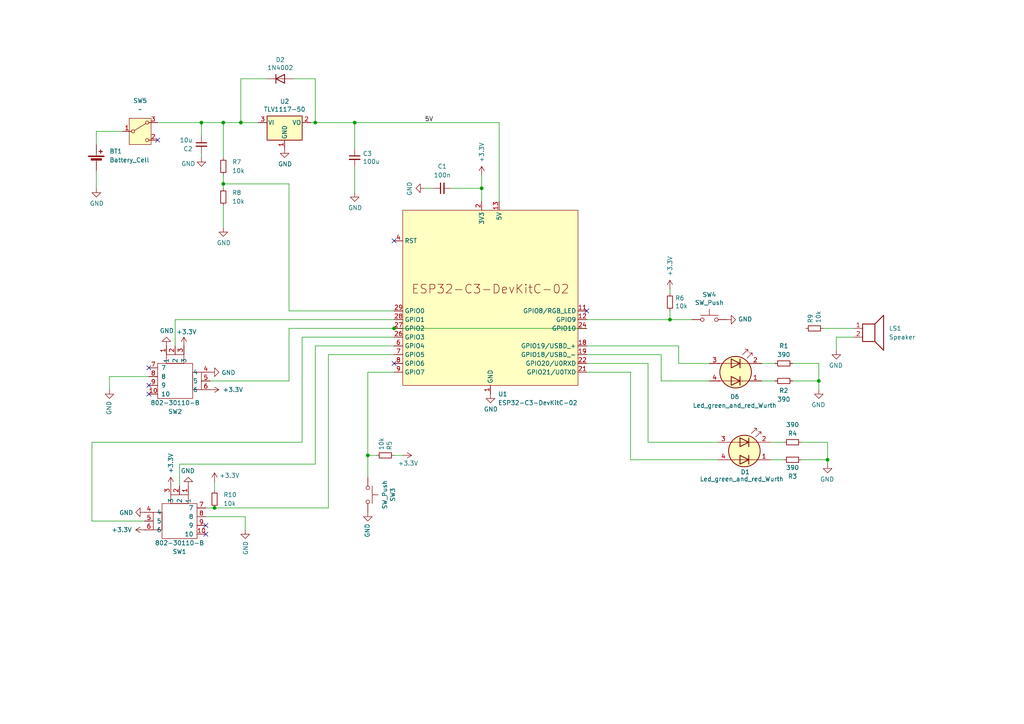
<source format=kicad_sch>
(kicad_sch (version 20231120) (generator "eeschema") (generator_version "8.0")
  (paper "A4")
  (lib_symbols
    (symbol "802-30110-B-Joystick_1" (pin_names (offset 1.016))
      (property "Reference" "SW1" (at 0 8.89 0))
      (property "Value" "802-30110-B" (at 0 6.35 0))
      (symbol "802-30110-B-Joystick_1_0_1"
        (rectangle (start -5.08 5.08) (end 5.08 -5.08))
        (rectangle (start -2.54 -5.08) (end 2.54 -7.62))
        (rectangle (start 5.08 2.54) (end 7.62 -2.54))
      )
      (symbol "802-30110-B-Joystick_1_1_1"
        (pin input line (at -2.54 -10.16 90) (length 2.54) (name "1") (number "1"))
        (pin input line (at -7.62 3.81 0) (length 2.54) (name "10") (number "10"))
        (pin input line (at 0 -10.16 90) (length 2.54) (name "2") (number "2"))
        (pin input line (at 2.54 -10.16 90) (length 2.54) (name "3") (number "3"))
        (pin input line (at 10.16 -2.54 180) (length 2.54) (name "4") (number "4"))
        (pin input line (at 10.16 0 180) (length 2.54) (name "5") (number "5"))
        (pin input line (at 10.16 2.54 180) (length 2.54) (name "6") (number "6"))
        (pin input line (at -7.62 -3.81 0) (length 2.54) (name "7") (number "7"))
        (pin input line (at -7.62 -1.27 0) (length 2.54) (name "8") (number "8"))
        (pin input line (at -7.62 1.27 0) (length 2.54) (name "9") (number "9"))
      )
    )
    (symbol "802-30110-B-Joystick_2" (pin_names (offset 1.016))
      (property "Reference" "SW2" (at 0 8.89 0))
      (property "Value" "802-30110-B" (at 0 6.35 0))
      (symbol "802-30110-B-Joystick_2_0_1"
        (rectangle (start -5.08 5.08) (end 5.08 -5.08))
        (rectangle (start -2.54 -5.08) (end 2.54 -7.62))
        (rectangle (start 5.08 2.54) (end 7.62 -2.54))
      )
      (symbol "802-30110-B-Joystick_2_1_1"
        (pin input line (at -2.54 -10.16 90) (length 2.54) (name "1") (number "1"))
        (pin input line (at -7.62 3.81 0) (length 2.54) (name "10") (number "10"))
        (pin input line (at 0 -10.16 90) (length 2.54) (name "2") (number "2"))
        (pin input line (at 2.54 -10.16 90) (length 2.54) (name "3") (number "3"))
        (pin input line (at 10.16 -2.54 180) (length 2.54) (name "4") (number "4"))
        (pin input line (at 10.16 0 180) (length 2.54) (name "5") (number "5"))
        (pin input line (at 10.16 2.54 180) (length 2.54) (name "6") (number "6"))
        (pin input line (at -7.62 -3.81 0) (length 2.54) (name "7") (number "7"))
        (pin input line (at -7.62 -1.27 0) (length 2.54) (name "8") (number "8"))
        (pin input line (at -7.62 1.27 0) (length 2.54) (name "9") (number "9"))
      )
    )
    (symbol "Device:Battery_Cell" (pin_numbers hide) (pin_names (offset 0) hide)
      (property "Reference" "BT" (at 2.54 2.54 0))
      (property "Value" "Battery_Cell" (at 2.54 0 0))
      (symbol "Battery_Cell_0_1"
        (rectangle (start -2.286 1.778) (end 2.286 1.524) (fill (type outline)))
        (rectangle (start -1.524 1.016) (end 1.524 0.508) (fill (type outline)))
        (polyline (pts (xy 0 0.762) (xy 0 0)))
        (polyline (pts (xy 0 1.778) (xy 0 2.54)))
        (polyline (pts (xy 0.762 3.048) (xy 1.778 3.048)) (stroke (width 0.254)))
        (polyline (pts (xy 1.27 3.556) (xy 1.27 2.54)) (stroke (width 0.254)))
      )
      (symbol "Battery_Cell_1_1"
        (pin passive line (at 0 5.08 270) (length 2.54) (name "+") (number "1"))
        (pin passive line (at 0 -2.54 90) (length 2.54) (name "-") (number "2"))
      )
    )
    (symbol "Device:Speaker" (pin_names (offset 0) hide)
      (property "Reference" "LS" (at 1.27 5.715 0))
      (property "Value" "Speaker" (at 1.27 3.81 0))
      (symbol "Speaker_0_0"
        (rectangle (start -2.54 1.27) (end 1.016 -3.81) (stroke (width 0.254)))
        (polyline (pts (xy 1.016 1.27) (xy 3.556 3.81) (xy 3.556 -6.35) (xy 1.016 -3.81)) (stroke (width 0.254)))
      )
      (symbol "Speaker_1_1"
        (pin input line (at -5.08 0 0) (length 2.54) (name "1") (number "1"))
        (pin input line (at -5.08 -2.54 0) (length 2.54) (name "2") (number "2"))
      )
    )
    (symbol "Enkapsel_programmering-rescue:1N4002-Diode" (pin_numbers hide) (pin_names (offset 1.016) hide)
      (property "Reference" "D" (at 0 2.54 0))
      (property "Value" "Diode_1N4002" (at 0 -2.54 0))
      (symbol "1N4002-Diode_0_1"
        (polyline (pts (xy -1.27 1.27) (xy -1.27 -1.27)) (stroke (width 0.254)))
        (polyline (pts (xy 1.27 0) (xy -1.27 0)))
        (polyline (pts (xy 1.27 1.27) (xy 1.27 -1.27) (xy -1.27 0) (xy 1.27 1.27)) (stroke (width 0.254)))
      )
      (symbol "1N4002-Diode_1_1"
        (pin passive line (at -3.81 0 0) (length 2.54) (name "K") (number "1"))
        (pin passive line (at 3.81 0 180) (length 2.54) (name "A") (number "2"))
      )
    )
    (symbol "Enkapsel_programmering-rescue:C_Small-Device" (pin_numbers hide) (pin_names (offset 0.254) hide)
      (property "Reference" "C" (at 0.254 1.778 0))
      (property "Value" "Device_C_Small" (at 0.254 -2.032 0))
      (symbol "C_Small-Device_0_1"
        (polyline (pts (xy -1.524 -0.508) (xy 1.524 -0.508)) (stroke (width 0.3302)))
        (polyline (pts (xy -1.524 0.508) (xy 1.524 0.508)) (stroke (width 0.3048)))
      )
      (symbol "C_Small-Device_1_1"
        (pin passive line (at 0 2.54 270) (length 2.032) (name "~") (number "1"))
        (pin passive line (at 0 -2.54 90) (length 2.032) (name "~") (number "2"))
      )
    )
    (symbol "Enkapsel_programmering-rescue:GND-power" (power) (pin_names (offset 0))
      (property "Value" "GND-power" (at 0 -3.81 0))
      (symbol "GND-power_0_1"
        (polyline (pts (xy 0 0) (xy 0 -1.27) (xy 1.27 -1.27) (xy 0 -2.54) (xy -1.27 -1.27) (xy 0 -1.27)))
      )
      (symbol "GND-power_1_1"
        (pin power_in line (at 0 0 270) (length 0) hide (name "GND") (number "1"))
      )
    )
    (symbol "Enkapsel_programmering-rescue:R_Small-Device" (pin_numbers hide) (pin_names (offset 0.254) hide)
      (property "Reference" "R" (at 0.762 0.508 0))
      (property "Value" "Device_R_Small" (at 0.762 -1.016 0))
      (symbol "R_Small-Device_0_1"
        (rectangle (start -0.762 1.778) (end 0.762 -1.778) (stroke (width 0.2032)))
      )
      (symbol "R_Small-Device_1_1"
        (pin passive line (at 0 2.54 270) (length 0.762) (name "~") (number "1"))
        (pin passive line (at 0 -2.54 90) (length 0.762) (name "~") (number "2"))
      )
    )
    (symbol "Enkapsel_programmering-rescue:SW_Push-Switch" (pin_numbers hide) (pin_names (offset 1.016) hide)
      (property "Reference" "SW" (at 1.27 2.54 0))
      (property "Value" "Switch_SW_Push" (at 0 -1.524 0))
      (symbol "SW_Push-Switch_0_1"
        (circle (center -2.032 0) (radius 0.508))
        (polyline (pts (xy 0 1.27) (xy 0 3.048)))
        (polyline (pts (xy 2.54 1.27) (xy -2.54 1.27)))
        (circle (center 2.032 0) (radius 0.508))
        (pin passive line (at -5.08 0 0) (length 2.54) (name "1") (number "1"))
        (pin passive line (at 5.08 0 180) (length 2.54) (name "2") (number "2"))
      )
    )
    (symbol "Enkapsel_programmering-rescue:TLV1117-50-Regulator_Linear" (pin_names (offset 0.254))
      (property "Reference" "U" (at -3.81 3.175 0))
      (property "Value" "Regulator_Linear_TLV1117-50" (at 0 3.175 0))
      (symbol "TLV1117-50-Regulator_Linear_0_1"
        (rectangle (start -5.08 -5.08) (end 5.08 1.905) (stroke (width 0.254)) (fill (type background)))
      )
      (symbol "TLV1117-50-Regulator_Linear_1_1"
        (pin power_in line (at 0 -7.62 90) (length 2.54) (name "GND") (number "1"))
        (pin power_out line (at 7.62 0 180) (length 2.54) (name "VO") (number "2"))
        (pin power_in line (at -7.62 0 0) (length 2.54) (name "VI") (number "3"))
      )
    )
    (symbol "Espressif:ESP32-C3-DevKitC-02"
      (property "Reference" "U" (at -25.4 30.48 0))
      (property "Value" "ESP32-C3-DevKitC-02" (at -25.4 27.94 0))
      (symbol "ESP32-C3-DevKitC-02_0_1"
        (rectangle (start -25.4 25.4) (end 25.4 -25.4) (fill (type background)))
      )
      (symbol "ESP32-C3-DevKitC-02_1_0"
        (text "ESP32-C3-DevKitC-02" (at 0 2.54 0) (effects (font (size 2.54 2.54))))
      )
      (symbol "ESP32-C3-DevKitC-02_1_1"
        (pin passive line (at 0 -27.94 90) (length 2.54) (name "GND") (number "1"))
        (pin passive line (at 0 -27.94 90) (length 2.54) hide (name "GND") (number "10"))
        (pin bidirectional line (at 27.94 -3.81 180) (length 2.54) (name "GPIO8/RGB_LED") (number "11"))
        (pin bidirectional line (at 27.94 -6.35 180) (length 2.54) (name "GPIO9") (number "12"))
        (pin power_in line (at 2.54 27.94 270) (length 2.54) (name "5V") (number "13"))
        (pin power_in line (at 2.54 27.94 270) (length 2.54) hide (name "5V") (number "14"))
        (pin passive line (at 0 -27.94 90) (length 2.54) hide (name "GND") (number "15"))
        (pin passive line (at 0 -27.94 90) (length 2.54) hide (name "GND") (number "16"))
        (pin passive line (at 0 -27.94 90) (length 2.54) hide (name "GND") (number "17"))
        (pin bidirectional line (at 27.94 -13.97 180) (length 2.54) (name "GPIO19/USBD_+") (number "18"))
        (pin bidirectional line (at 27.94 -16.51 180) (length 2.54) (name "GPIO18/USBD_-") (number "19"))
        (pin power_in line (at -2.54 27.94 270) (length 2.54) (name "3V3") (number "2"))
        (pin passive line (at 0 -27.94 90) (length 2.54) hide (name "GND") (number "20"))
        (pin bidirectional line (at 27.94 -21.59 180) (length 2.54) (name "GPIO21/U0TXD") (number "21"))
        (pin bidirectional line (at 27.94 -19.05 180) (length 2.54) (name "GPIO20/U0RXD") (number "22"))
        (pin passive line (at 0 -27.94 90) (length 2.54) hide (name "GND") (number "23"))
        (pin bidirectional line (at 27.94 -8.89 180) (length 2.54) (name "GPIO10") (number "24"))
        (pin passive line (at 0 -27.94 90) (length 2.54) hide (name "GND") (number "25"))
        (pin bidirectional line (at -27.94 -11.43 0) (length 2.54) (name "GPIO3") (number "26"))
        (pin bidirectional line (at -27.94 -8.89 0) (length 2.54) (name "GPIO2") (number "27"))
        (pin bidirectional line (at -27.94 -6.35 0) (length 2.54) (name "GPIO1") (number "28"))
        (pin bidirectional line (at -27.94 -3.81 0) (length 2.54) (name "GPIO0") (number "29"))
        (pin power_in line (at -2.54 27.94 270) (length 2.54) hide (name "3V3") (number "3"))
        (pin passive line (at 0 -27.94 90) (length 2.54) hide (name "GND") (number "30"))
        (pin output line (at -27.94 16.51 0) (length 2.54) (name "RST") (number "4"))
        (pin passive line (at 0 -27.94 90) (length 2.54) hide (name "GND") (number "5"))
        (pin bidirectional line (at -27.94 -13.97 0) (length 2.54) (name "GPIO4") (number "6"))
        (pin bidirectional line (at -27.94 -16.51 0) (length 2.54) (name "GPIO5") (number "7"))
        (pin bidirectional line (at -27.94 -19.05 0) (length 2.54) (name "GPIO6") (number "8"))
        (pin bidirectional line (at -27.94 -21.59 0) (length 2.54) (name "GPIO7") (number "9"))
      )
    )
    (symbol "JonasLib:Led_green_and_red_Wurth" (pin_names (offset 0) hide)
      (property "Reference" "D1" (at 0.127 11.43 0))
      (property "Value" "Led_green_and_red_Wurth" (at 0.127 8.89 0))
      (symbol "Led_green_and_red_Wurth_0_1"
        (polyline (pts (xy -3.81 -2.54) (xy -1.905 -2.54)))
        (polyline (pts (xy -3.81 2.54) (xy -1.905 2.54)))
        (polyline (pts (xy -1.27 -1.27) (xy -1.27 -3.81)) (stroke (width 0.254)))
        (polyline (pts (xy -1.27 3.81) (xy -1.27 1.27)) (stroke (width 0.254)))
        (polyline (pts (xy 5.08 -2.54) (xy -2.032 -2.54)))
        (polyline (pts (xy 5.08 2.54) (xy -2.032 2.54)))
        (polyline (pts (xy 1.27 -1.27) (xy 1.27 -3.81) (xy -1.27 -2.54) (xy 1.27 -1.27)) (stroke (width 0.254)))
        (polyline (pts (xy 1.27 3.81) (xy 1.27 1.27) (xy -1.27 2.54) (xy 1.27 3.81)) (stroke (width 0.254)))
        (polyline (pts (xy -3.302 4.064) (xy -4.826 5.588) (xy -4.064 5.588) (xy -4.826 5.588) (xy -4.826 4.826)))
        (polyline (pts (xy -2.032 5.08) (xy -3.556 6.604) (xy -2.794 6.604) (xy -3.556 6.604) (xy -3.556 5.842)))
        (circle (center 0 0) (radius 4.572) (stroke (width 0.254)) (fill (type background)))
      )
      (symbol "Led_green_and_red_Wurth_1_1"
        (pin input line (at -7.62 -2.54 0) (length 3.81) (name "K2") (number "1"))
        (pin input line (at -7.62 2.54 0) (length 3.81) (name "K1") (number "2"))
        (pin input line (at 7.62 2.54 180) (length 3.048) (name "A1") (number "3"))
        (pin input line (at 7.62 -2.54 180) (length 3.048) (name "A2") (number "4"))
      )
    )
    (symbol "Switch:SW_Wuerth_450301014042" (pin_names (offset 1) hide)
      (property "Reference" "SW" (at 0 5.08 0))
      (property "Value" "SW_Wuerth_450301014042" (at 0 -5.08 0))
      (symbol "SW_Wuerth_450301014042_0_1"
        (circle (center -2.032 0) (radius 0.4572))
        (polyline (pts (xy -1.651 0.254) (xy 1.651 2.286)))
        (circle (center 2.032 -2.54) (radius 0.4572))
        (circle (center 2.032 2.54) (radius 0.4572))
      )
      (symbol "SW_Wuerth_450301014042_1_1"
        (rectangle (start -3.175 3.81) (end 3.175 -3.81) (fill (type background)))
        (pin passive line (at -5.08 0 0) (length 2.54) (name "B") (number "1"))
        (pin passive line (at 5.08 -2.54 180) (length 2.54) (name "C") (number "2"))
        (pin passive line (at 5.08 2.54 180) (length 2.54) (name "A") (number "3"))
      )
    )
    (symbol "power:+3.3V" (power) (pin_numbers hide) (pin_names (offset 0) hide)
      (property "Value" "+3.3V" (at 0 3.556 0))
      (symbol "+3.3V_0_1"
        (polyline (pts (xy -0.762 1.27) (xy 0 2.54)))
        (polyline (pts (xy 0 0) (xy 0 2.54)))
        (polyline (pts (xy 0 2.54) (xy 0.762 1.27)))
      )
      (symbol "+3.3V_1_1"
        (pin power_in line (at 0 0 90) (length 0) (name "~") (number "1"))
      )
    )
  )
  (junction (at 91.44 35.56))
  (junction (at 240.03 133.35))
  (junction (at 69.85 35.56))
  (junction (at 58.42 35.56))
  (junction (at 64.77 35.56))
  (junction (at 114.3 95.25))
  (junction (at 237.49 110.49))
  (junction (at 102.87 35.56))
  (junction (at 139.7 54.61))
  (junction (at 194.31 92.71))
  (junction (at 62.23 147.32))
  (junction (at 64.77 53.34))
  (junction (at 106.68 132.08))
  (no_connect (at 43.18 114.3))
  (no_connect (at 170.18 90.17))
  (no_connect (at 59.69 154.94))
  (no_connect (at 45.72 40.64))
  (no_connect (at 43.18 106.68))
  (no_connect (at 43.18 111.76))
  (no_connect (at 59.69 152.4))
  (no_connect (at 114.3 69.85))
  (no_connect (at 114.3 105.41))
  (wire (pts (xy 27.94 38.1) (xy 35.56 38.1)))
  (wire (pts (xy 45.72 35.56) (xy 58.42 35.56)))
  (wire (pts (xy 102.87 35.56) (xy 144.78 35.56)))
  (wire (pts (xy 83.82 95.25) (xy 114.3 95.25)))
  (wire (pts (xy 114.3 92.71) (xy 50.8 92.71)))
  (wire (pts (xy 194.31 85.09) (xy 194.31 83.82)))
  (wire (pts (xy 208.28 133.35) (xy 182.88 133.35)))
  (wire (pts (xy 71.12 149.86) (xy 71.12 153.67)))
  (wire (pts (xy 62.23 147.32) (xy 95.25 147.32)))
  (wire (pts (xy 64.77 53.34) (xy 64.77 54.61)))
  (wire (pts (xy 31.75 109.22) (xy 43.18 109.22)))
  (wire (pts (xy 64.77 35.56) (xy 64.77 45.72)))
  (wire (pts (xy 64.77 50.8) (xy 64.77 53.34)))
  (wire (pts (xy 106.68 107.95) (xy 114.3 107.95)))
  (wire (pts (xy 64.77 35.56) (xy 69.85 35.56)))
  (wire (pts (xy 91.44 22.86) (xy 91.44 35.56)))
  (wire (pts (xy 27.94 38.1) (xy 27.94 41.91)))
  (wire (pts (xy 69.85 22.86) (xy 69.85 35.56)))
  (wire (pts (xy 83.82 53.34) (xy 83.82 90.17)))
  (wire (pts (xy 191.77 110.49) (xy 191.77 102.87)))
  (wire (pts (xy 187.96 105.41) (xy 187.96 128.27)))
  (wire (pts (xy 229.87 105.41) (xy 237.49 105.41)))
  (wire (pts (xy 58.42 35.56) (xy 64.77 35.56)))
  (wire (pts (xy 71.12 149.86) (xy 59.69 149.86)))
  (wire (pts (xy 26.67 151.13) (xy 26.67 128.27)))
  (wire (pts (xy 95.25 102.87) (xy 114.3 102.87)))
  (wire (pts (xy 114.3 132.08) (xy 116.84 132.08)))
  (wire (pts (xy 52.07 134.62) (xy 52.07 140.97)))
  (wire (pts (xy 182.88 107.95) (xy 170.18 107.95)))
  (wire (pts (xy 58.42 39.37) (xy 58.42 35.56)))
  (wire (pts (xy 102.87 43.18) (xy 102.87 35.56)))
  (wire (pts (xy 196.85 105.41) (xy 205.74 105.41)))
  (wire (pts (xy 196.85 100.33) (xy 196.85 105.41)))
  (wire (pts (xy 170.18 92.71) (xy 194.31 92.71)))
  (wire (pts (xy 139.7 54.61) (xy 139.7 58.42)))
  (wire (pts (xy 242.57 97.79) (xy 242.57 101.6)))
  (wire (pts (xy 87.63 97.79) (xy 114.3 97.79)))
  (wire (pts (xy 237.49 110.49) (xy 237.49 113.03)))
  (wire (pts (xy 106.68 107.95) (xy 106.68 132.08)))
  (wire (pts (xy 130.81 54.61) (xy 139.7 54.61)))
  (wire (pts (xy 106.68 132.08) (xy 106.68 138.43)))
  (wire (pts (xy 200.66 92.71) (xy 194.31 92.71)))
  (wire (pts (xy 139.7 50.8) (xy 139.7 54.61)))
  (wire (pts (xy 95.25 147.32) (xy 95.25 102.87)))
  (wire (pts (xy 232.41 133.35) (xy 240.03 133.35)))
  (wire (pts (xy 50.8 92.71) (xy 50.8 100.33)))
  (wire (pts (xy 83.82 90.17) (xy 114.3 90.17)))
  (wire (pts (xy 64.77 53.34) (xy 83.82 53.34)))
  (wire (pts (xy 83.82 110.49) (xy 83.82 95.25)))
  (wire (pts (xy 170.18 95.25) (xy 114.3 95.25)))
  (wire (pts (xy 102.87 55.88) (xy 102.87 48.26)))
  (wire (pts (xy 26.67 128.27) (xy 87.63 128.27)))
  (wire (pts (xy 91.44 35.56) (xy 102.87 35.56)))
  (wire (pts (xy 208.28 128.27) (xy 187.96 128.27)))
  (wire (pts (xy 64.77 59.69) (xy 64.77 66.04)))
  (wire (pts (xy 62.23 139.7) (xy 62.23 142.24)))
  (wire (pts (xy 247.65 97.79) (xy 242.57 97.79)))
  (wire (pts (xy 182.88 107.95) (xy 182.88 133.35)))
  (wire (pts (xy 74.93 35.56) (xy 69.85 35.56)))
  (wire (pts (xy 59.69 147.32) (xy 62.23 147.32)))
  (wire (pts (xy 238.76 95.25) (xy 247.65 95.25)))
  (wire (pts (xy 58.42 44.45) (xy 58.42 45.72)))
  (wire (pts (xy 227.33 128.27) (xy 223.52 128.27)))
  (wire (pts (xy 85.09 22.86) (xy 91.44 22.86)))
  (wire (pts (xy 194.31 92.71) (xy 194.31 90.17)))
  (wire (pts (xy 205.74 110.49) (xy 191.77 110.49)))
  (wire (pts (xy 106.68 132.08) (xy 109.22 132.08)))
  (wire (pts (xy 91.44 134.62) (xy 52.07 134.62)))
  (wire (pts (xy 114.3 100.33) (xy 91.44 100.33)))
  (wire (pts (xy 232.41 128.27) (xy 240.03 128.27)))
  (wire (pts (xy 31.75 109.22) (xy 31.75 113.03)))
  (wire (pts (xy 170.18 100.33) (xy 196.85 100.33)))
  (wire (pts (xy 187.96 105.41) (xy 170.18 105.41)))
  (wire (pts (xy 240.03 134.62) (xy 240.03 133.35)))
  (wire (pts (xy 227.33 133.35) (xy 223.52 133.35)))
  (wire (pts (xy 229.87 110.49) (xy 237.49 110.49)))
  (wire (pts (xy 170.18 102.87) (xy 191.77 102.87)))
  (wire (pts (xy 77.47 22.86) (xy 69.85 22.86)))
  (wire (pts (xy 224.79 110.49) (xy 220.98 110.49)))
  (wire (pts (xy 91.44 100.33) (xy 91.44 134.62)))
  (wire (pts (xy 144.78 58.42) (xy 144.78 35.56)))
  (wire (pts (xy 91.44 35.56) (xy 90.17 35.56)))
  (wire (pts (xy 123.19 54.61) (xy 125.73 54.61)))
  (wire (pts (xy 41.91 151.13) (xy 26.67 151.13)))
  (wire (pts (xy 224.79 105.41) (xy 220.98 105.41)))
  (wire (pts (xy 87.63 128.27) (xy 87.63 97.79)))
  (wire (pts (xy 83.82 110.49) (xy 60.96 110.49)))
  (wire (pts (xy 27.94 49.53) (xy 27.94 54.61)))
  (wire (pts (xy 237.49 105.41) (xy 237.49 110.49)))
  (wire (pts (xy 240.03 128.27) (xy 240.03 133.35)))
  (label "5V" (at 123.19 35.56 0))
  (symbol (lib_name "802-30110-B-Joystick_1") (lib_id "Enkapsel_programmering-rescue:802-30110-B-Joystick") (at 52.07 151.13 180) (unit 1)
    (property "Reference" "SW1" (at 52.07 160.02 0))
    (property "Value" "802-30110-B" (at 52.07 157.48 0))
    (property "Footprint" "JonasLib:Joystick" (effects (hide yes)))
  )
  (symbol (lib_name "802-30110-B-Joystick_2") (lib_id "Enkapsel_programmering-rescue:802-30110-B-Joystick") (at 50.8 110.49 0) (mirror x) (unit 1)
    (property "Reference" "SW2" (at 50.8 119.38 0))
    (property "Value" "802-30110-B" (at 50.8 116.84 0))
    (property "Footprint" "JonasLib:Joystick" (effects (hide yes)))
  )
  (symbol (lib_id "Enkapsel_programmering-rescue:TLV1117-50-Regulator_Linear") (at 82.55 35.56 0) (unit 1)
    (property "Reference" "U2" (at 82.55 29.4132 0))
    (property "Value" "TLV1117-50" (at 82.55 31.7246 0))
    (property "Footprint" "enkapsel:SOT230P700X180-4N" (effects (hide yes)))
    (property "Datasheet" "http://www.ti.com/lit/ds/symlink/tlv1117.pdf" (effects (hide yes)))
  )
  (symbol (lib_id "Enkapsel_programmering-rescue:GND-power") (at 60.96 107.95 90) (mirror x) (unit 1)
    (property "Reference" "#PWR0105" (effects (hide yes)))
    (property "Value" "GND" (at 64.2112 108.077 90) (effects (justify right)))
  )
  (symbol (lib_id "Enkapsel_programmering-rescue:GND-power") (at 48.26 100.33 0) (mirror x) (unit 1)
    (property "Reference" "#PWR0113" (effects (hide yes)))
    (property "Value" "GND" (at 48.387 95.9358 0))
  )
  (symbol (lib_id "Enkapsel_programmering-rescue:GND-power") (at 54.61 140.97 180) (unit 1)
    (property "Reference" "#PWR0114" (effects (hide yes)))
    (property "Value" "GND" (at 54.483 136.5758 0))
  )
  (symbol (lib_id "Enkapsel_programmering-rescue:GND-power") (at 41.91 148.59 270) (unit 1)
    (property "Reference" "#PWR0115" (effects (hide yes)))
    (property "Value" "GND" (at 38.6588 148.717 90) (effects (justify right)))
  )
  (symbol (lib_id "Enkapsel_programmering-rescue:C_Small-Device") (at 102.87 45.72 0) (unit 1)
    (property "Reference" "C3" (at 105.2068 44.5516 0) (effects (justify left)))
    (property "Value" "100u" (at 105.2068 46.863 0) (effects (justify left)))
    (property "Footprint" "Capacitor_SMD:C_0805_2012Metric_Pad1.18x1.45mm_HandSolder" (effects (hide yes)))
  )
  (symbol (lib_id "Enkapsel_programmering-rescue:GND-power") (at 102.87 55.88 0) (unit 1)
    (property "Reference" "#PWR0116" (effects (hide yes)))
    (property "Value" "GND" (at 102.997 60.2742 0))
  )
  (symbol (lib_id "Enkapsel_programmering-rescue:1N4002-Diode") (at 81.28 22.86 0) (unit 1)
    (property "Reference" "D2" (at 81.28 17.3482 0))
    (property "Value" "1N4002" (at 81.28 19.6596 0))
    (property "Footprint" "Diode_SMD:D_0805_2012Metric_Pad1.15x1.40mm_HandSolder" (effects (hide yes)))
    (property "Datasheet" "http://www.vishay.com/docs/88503/1n4001.pdf" (effects (hide yes)))
  )
  (symbol (lib_id "Enkapsel_programmering-rescue:SW_Push-Switch") (at 205.74 92.71 0) (unit 1)
    (property "Reference" "SW4" (at 205.74 85.471 0))
    (property "Value" "SW_Push" (at 205.74 87.7824 0))
    (property "Footprint" "Button_Switch_THT:SW_PUSH-12mm" (effects (hide yes)))
  )
  (symbol (lib_id "Enkapsel_programmering-rescue:SW_Push-Switch") (at 106.68 143.51 270) (unit 1)
    (property "Reference" "SW3" (at 113.919 143.51 0))
    (property "Value" "SW_Push" (at 111.6076 143.51 0))
    (property "Footprint" "Button_Switch_THT:SW_PUSH-12mm" (effects (hide yes)))
  )
  (symbol (lib_id "Enkapsel_programmering-rescue:R_Small-Device") (at 194.31 87.63 0) (unit 1)
    (property "Reference" "R6" (at 195.8086 86.4616 0) (effects (justify left)))
    (property "Value" "10k" (at 195.8086 88.773 0) (effects (justify left)))
    (property "Footprint" "Resistor_SMD:R_0805_2012Metric_Pad1.20x1.40mm_HandSolder" (effects (hide yes)))
  )
  (symbol (lib_id "Enkapsel_programmering-rescue:R_Small-Device") (at 111.76 132.08 270) (mirror x) (unit 1)
    (property "Reference" "R5" (at 112.9284 130.5814 0) (effects (justify left)))
    (property "Value" "10k" (at 110.617 130.5814 0) (effects (justify left)))
    (property "Footprint" "Resistor_SMD:R_0805_2012Metric_Pad1.20x1.40mm_HandSolder" (effects (hide yes)))
  )
  (symbol (lib_id "Enkapsel_programmering-rescue:GND-power") (at 106.68 148.59 0) (mirror y) (unit 1)
    (property "Reference" "#PWR0123" (effects (hide yes)))
    (property "Value" "GND" (at 106.553 151.8412 90) (effects (justify right)))
  )
  (symbol (lib_id "Enkapsel_programmering-rescue:GND-power") (at 210.82 92.71 90) (unit 1)
    (property "Reference" "#PWR0121" (effects (hide yes)))
    (property "Value" "GND" (at 214.0712 92.583 90) (effects (justify right)))
  )
  (symbol (lib_id "Enkapsel_programmering-rescue:R_Small-Device") (at 229.87 128.27 270) (mirror x) (unit 1)
    (property "Reference" "R4" (at 229.87 125.73 90))
    (property "Value" "390" (at 229.87 123.19 90))
    (property "Footprint" "Resistor_SMD:R_0805_2012Metric_Pad1.20x1.40mm_HandSolder" (effects (hide yes)))
  )
  (symbol (lib_id "Enkapsel_programmering-rescue:GND-power") (at 240.03 134.62 0) (mirror y) (unit 1)
    (property "Reference" "#PWR015" (effects (hide yes)))
    (property "Value" "GND" (at 239.903 139.0142 0))
  )
  (symbol (lib_id "Enkapsel_programmering-rescue:GND-power") (at 58.42 45.72 0) (unit 1)
    (property "Reference" "#PWR07" (effects (hide yes)))
    (property "Value" "GND" (at 54.61 47.498 0))
  )
  (symbol (lib_id "power:+3.3V") (at 49.53 140.97 0) (unit 1)
    (property "Reference" "#PWR05" (effects (hide yes)))
    (property "Value" "+3.3V" (at 49.53 134.366 90))
    (property "Description" "Power symbol creates a global label with name \"+3.3V\"" (effects (hide yes)))
  )
  (symbol (lib_id "Enkapsel_programmering-rescue:R_Small-Device") (at 229.87 133.35 90) (mirror x) (unit 1)
    (property "Reference" "R3" (at 229.87 138.176 90))
    (property "Value" "390" (at 229.87 135.636 90))
    (property "Footprint" "Resistor_SMD:R_0805_2012Metric_Pad1.20x1.40mm_HandSolder" (effects (hide yes)))
  )
  (symbol (lib_id "Device:Battery_Cell") (at 27.94 46.99 0) (unit 1)
    (property "Reference" "BT1" (at 31.75 43.8784 0) (effects (justify left)))
    (property "Value" "Battery_Cell" (at 31.75 46.4184 0) (effects (justify left)))
    (property "Footprint" "JonasLib:9v bat holder" (effects (hide yes)))
    (property "Description" "Single-cell battery" (effects (hide yes)))
  )
  (symbol (lib_id "Enkapsel_programmering-rescue:R_Small-Device") (at 64.77 57.15 180) (unit 1)
    (property "Reference" "R8" (at 67.31 55.88 0) (effects (justify right)))
    (property "Value" "10k" (at 67.31 58.42 0) (effects (justify right)))
    (property "Footprint" "Resistor_SMD:R_0805_2012Metric_Pad1.20x1.40mm_HandSolder" (effects (hide yes)))
  )
  (symbol (lib_id "power:+3.3V") (at 62.23 139.7 0) (unit 1)
    (property "Reference" "#PWR019" (effects (hide yes)))
    (property "Value" "+3.3V" (at 66.548 137.922 0))
    (property "Description" "Power symbol creates a global label with name \"+3.3V\"" (effects (hide yes)))
  )
  (symbol (lib_id "Enkapsel_programmering-rescue:C_Small-Device") (at 58.42 41.91 0) (unit 1)
    (property "Reference" "C2" (at 55.88 43.1864 0) (effects (justify right)))
    (property "Value" "10u" (at 55.88 40.6464 0) (effects (justify right)))
    (property "Footprint" "Capacitor_SMD:C_0805_2012Metric_Pad1.18x1.45mm_HandSolder" (effects (hide yes)))
  )
  (symbol (lib_id "JonasLib:Led_green_and_red_Wurth") (at 213.36 107.95 0) (mirror y) (unit 1)
    (property "Reference" "D6" (at 213.106 115.062 0))
    (property "Value" "Led_green_and_red_Wurth" (at 213.106 117.602 0))
    (property "Footprint" "JonasLib:Led green and red Wurth" (effects (hide yes)))
    (property "Description" "Dual LED, cathodes on pins 2 and 3" (effects (hide yes)))
  )
  (symbol (lib_id "Enkapsel_programmering-rescue:R_Small-Device") (at 227.33 105.41 270) (mirror x) (unit 1)
    (property "Reference" "R1" (at 227.33 100.33 90))
    (property "Value" "390" (at 227.33 102.87 90))
    (property "Footprint" "Resistor_SMD:R_0805_2012Metric_Pad1.20x1.40mm_HandSolder" (effects (hide yes)))
  )
  (symbol (lib_id "Device:Speaker") (at 252.73 95.25 0) (unit 1)
    (property "Reference" "LS1" (at 257.81 95.2499 0) (effects (justify left)))
    (property "Value" "Speaker" (at 257.81 97.7899 0) (effects (justify left)))
    (property "Footprint" "JonasLib:summer 4khz miniatyr" (effects (hide yes)))
    (property "Description" "Speaker" (effects (hide yes)))
  )
  (symbol (lib_id "Enkapsel_programmering-rescue:GND-power") (at 242.57 101.6 0) (mirror y) (unit 1)
    (property "Reference" "#PWR013" (effects (hide yes)))
    (property "Value" "GND" (at 242.443 105.9942 0))
  )
  (symbol (lib_id "Enkapsel_programmering-rescue:GND-power") (at 31.75 113.03 0) (mirror y) (unit 1)
    (property "Reference" "#PWR02" (effects (hide yes)))
    (property "Value" "GND" (at 31.623 116.2812 90) (effects (justify right)))
  )
  (symbol (lib_id "Enkapsel_programmering-rescue:GND-power") (at 82.55 43.18 0) (unit 1)
    (property "Reference" "#PWR04" (effects (hide yes)))
    (property "Value" "GND" (at 82.677 47.5742 0))
  )
  (symbol (lib_id "Enkapsel_programmering-rescue:GND-power") (at 123.19 54.61 270) (unit 1)
    (property "Reference" "#PWR09" (effects (hide yes)))
    (property "Value" "GND" (at 118.7958 54.737 0))
  )
  (symbol (lib_id "power:+3.3V") (at 41.91 153.67 90) (unit 1)
    (property "Reference" "#PWR018" (effects (hide yes)))
    (property "Value" "+3.3V" (at 35.306 153.67 90))
    (property "Description" "Power symbol creates a global label with name \"+3.3V\"" (effects (hide yes)))
  )
  (symbol (lib_id "JonasLib:Led_green_and_red_Wurth") (at 215.9 130.81 0) (mirror y) (unit 1)
    (property "Reference" "D1" (at 216.154 136.906 0))
    (property "Value" "Led_green_and_red_Wurth" (at 215.138 138.938 0))
    (property "Footprint" "JonasLib:Led green and red Wurth" (effects (hide yes)))
    (property "Description" "Dual LED, cathodes on pins 2 and 3" (effects (hide yes)))
  )
  (symbol (lib_id "Enkapsel_programmering-rescue:C_Small-Device") (at 128.27 54.61 90) (unit 1)
    (property "Reference" "C1" (at 128.2763 48.26 90))
    (property "Value" "100n" (at 128.2763 50.8 90))
    (property "Footprint" "Capacitor_SMD:C_0805_2012Metric_Pad1.18x1.45mm_HandSolder" (effects (hide yes)))
  )
  (symbol (lib_id "Switch:SW_Wuerth_450301014042") (at 40.64 38.1 0) (unit 1)
    (property "Reference" "SW5" (at 40.64 29.21 0))
    (property "Value" "~" (at 40.64 31.75 0))
    (property "Footprint" "JonasLib:Skjutomkopplare 1-pol on-on pcb vinklad" (effects (hide yes)))
    (property "Description" "Switch slide, single pole double throw" (effects (hide yes)))
  )
  (symbol (lib_id "power:+3.3V") (at 53.34 100.33 0) (mirror y) (unit 1)
    (property "Reference" "#PWR016" (effects (hide yes)))
    (property "Value" "+3.3V" (at 54.102 96.266 0))
    (property "Description" "Power symbol creates a global label with name \"+3.3V\"" (effects (hide yes)))
  )
  (symbol (lib_id "Enkapsel_programmering-rescue:GND-power") (at 142.24 114.3 0) (unit 1)
    (property "Reference" "#PWR010" (effects (hide yes)))
    (property "Value" "GND" (at 142.367 118.6942 0))
  )
  (symbol (lib_id "power:+3.3V") (at 116.84 132.08 270) (mirror x) (unit 1)
    (property "Reference" "#PWR014" (effects (hide yes)))
    (property "Value" "+3.3V" (at 118.364 134.366 90))
    (property "Description" "Power symbol creates a global label with name \"+3.3V\"" (effects (hide yes)))
  )
  (symbol (lib_id "Enkapsel_programmering-rescue:GND-power") (at 27.94 54.61 0) (unit 1)
    (property "Reference" "#PWR011" (effects (hide yes)))
    (property "Value" "GND" (at 28.067 59.0042 0))
  )
  (symbol (lib_id "power:+3.3V") (at 139.7 50.8 0) (unit 1)
    (property "Reference" "#PWR06" (effects (hide yes)))
    (property "Value" "+3.3V" (at 139.7 44.196 90))
    (property "Description" "Power symbol creates a global label with name \"+3.3V\"" (effects (hide yes)))
  )
  (symbol (lib_id "power:+3.3V") (at 60.96 113.03 270) (mirror x) (unit 1)
    (property "Reference" "#PWR017" (effects (hide yes)))
    (property "Value" "+3.3V" (at 67.564 113.03 90))
    (property "Description" "Power symbol creates a global label with name \"+3.3V\"" (effects (hide yes)))
  )
  (symbol (lib_id "Enkapsel_programmering-rescue:R_Small-Device") (at 62.23 144.78 0) (unit 1)
    (property "Reference" "R10" (at 64.77 143.51 0) (effects (justify left)))
    (property "Value" "10k" (at 64.77 146.05 0) (effects (justify left)))
    (property "Footprint" "Resistor_SMD:R_0805_2012Metric_Pad1.20x1.40mm_HandSolder" (effects (hide yes)))
  )
  (symbol (lib_id "Enkapsel_programmering-rescue:GND-power") (at 237.49 113.03 0) (mirror y) (unit 1)
    (property "Reference" "#PWR08" (effects (hide yes)))
    (property "Value" "GND" (at 237.363 117.4242 0))
  )
  (symbol (lib_id "Enkapsel_programmering-rescue:GND-power") (at 64.77 66.04 0) (unit 1)
    (property "Reference" "#PWR03" (effects (hide yes)))
    (property "Value" "GND" (at 64.897 70.4342 0))
  )
  (symbol (lib_id "power:+3.3V") (at 194.31 83.82 0) (unit 1)
    (property "Reference" "#PWR012" (effects (hide yes)))
    (property "Value" "+3.3V" (at 194.31 77.216 90))
    (property "Description" "Power symbol creates a global label with name \"+3.3V\"" (effects (hide yes)))
  )
  (symbol (lib_id "Enkapsel_programmering-rescue:R_Small-Device") (at 236.22 95.25 90) (unit 1)
    (property "Reference" "R9" (at 235.0516 93.7514 0) (effects (justify left)))
    (property "Value" "10k" (at 237.363 93.7514 0) (effects (justify left)))
    (property "Footprint" "Resistor_SMD:R_0805_2012Metric_Pad1.20x1.40mm_HandSolder" (effects (hide yes)))
  )
  (symbol (lib_id "Enkapsel_programmering-rescue:GND-power") (at 71.12 153.67 0) (unit 1)
    (property "Reference" "#PWR01" (effects (hide yes)))
    (property "Value" "GND" (at 71.247 156.9212 90) (effects (justify right)))
  )
  (symbol (lib_id "Enkapsel_programmering-rescue:R_Small-Device") (at 64.77 48.26 180) (unit 1)
    (property "Reference" "R7" (at 67.31 46.99 0) (effects (justify right)))
    (property "Value" "10k" (at 67.31 49.53 0) (effects (justify right)))
    (property "Footprint" "Resistor_SMD:R_0805_2012Metric_Pad1.20x1.40mm_HandSolder" (effects (hide yes)))
  )
  (symbol (lib_id "Espressif:ESP32-C3-DevKitC-02") (at 142.24 86.36 0) (unit 1)
    (property "Reference" "U1" (at 144.4341 114.3 0) (effects (justify left)))
    (property "Value" "ESP32-C3-DevKitC-02" (at 144.4341 116.84 0) (effects (justify left)))
    (property "Footprint" "Espressif:ESP32-C3-DevKitC-02" (effects (hide yes)))
    (property "Datasheet" "https://www.espressif.com/sites/default/files/documentation/esp32-c3_datasheet_en.pdf" (effects (hide yes)))
    (property "Description" "ESP32-C3-DevKitC-02 is an entry-level development board based on ESP32-C3-WROOM-02, a general-purpose module with 4 MB SPI flash. This board integrates complete Wi-Fi and Bluetooth® Low Energy functions." (effects (hide yes)))
  )
  (symbol (lib_id "Enkapsel_programmering-rescue:R_Small-Device") (at 227.33 110.49 90) (mirror x) (unit 1)
    (property "Reference" "R2" (at 227.33 113.284 90))
    (property "Value" "390" (at 227.33 115.824 90))
    (property "Footprint" "Resistor_SMD:R_0805_2012Metric_Pad1.20x1.40mm_HandSolder" (effects (hide yes)))
  )
)
</source>
